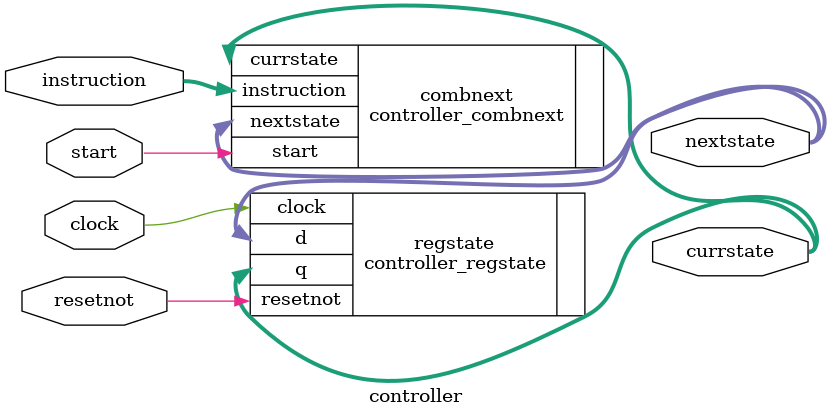
<source format=v>
module controller(clock, resetnot, start, instruction, currstate, nextstate);
	input clock, resetnot, start;
	input [7:0] instruction;

	output [3:0] currstate, nextstate;

	controller_combnext combnext(.currstate(currstate), .nextstate(nextstate), .start(start), .instruction(instruction));
	controller_regstate regstate(.d(nextstate), .q(currstate), .clock(clock), .resetnot(resetnot));
endmodule
</source>
